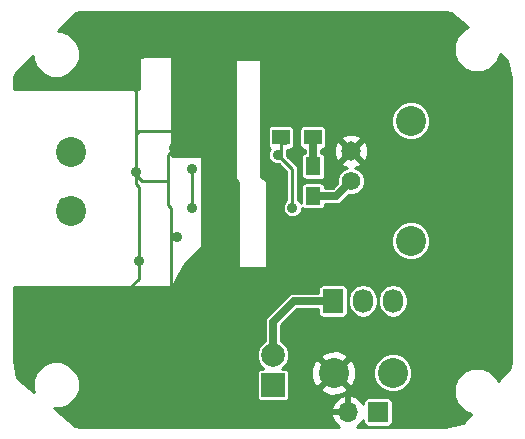
<source format=gbr>
G04 #@! TF.FileFunction,Copper,L2,Bot,Signal*
%FSLAX46Y46*%
G04 Gerber Fmt 4.6, Leading zero omitted, Abs format (unit mm)*
G04 Created by KiCad (PCBNEW 4.0.1-stable) date 1/4/2017 6:58:48 PM*
%MOMM*%
G01*
G04 APERTURE LIST*
%ADD10C,0.150000*%
%ADD11R,1.250000X1.500000*%
%ADD12R,1.500000X1.300000*%
%ADD13C,2.540000*%
%ADD14R,2.000000X2.000000*%
%ADD15C,2.000000*%
%ADD16C,1.574800*%
%ADD17C,1.651000*%
%ADD18R,1.727200X2.032000*%
%ADD19O,1.727200X2.032000*%
%ADD20R,1.700000X1.700000*%
%ADD21O,1.700000X1.700000*%
%ADD22C,0.889000*%
%ADD23C,0.254000*%
%ADD24C,0.635000*%
G04 APERTURE END LIST*
D10*
D11*
X25750000Y-16000000D03*
X25750000Y-13500000D03*
D12*
X23034000Y-11049000D03*
X25734000Y-11049000D03*
D13*
X32512000Y-30988000D03*
X27512000Y-30988000D03*
X5240000Y-17242000D03*
X5240000Y-12242000D03*
D14*
X22352000Y-32004000D03*
D15*
X22352000Y-29464000D03*
D16*
X28956000Y-14732000D03*
D17*
X28956000Y-12192000D03*
D13*
X34036000Y-9652000D03*
X34036000Y-19812000D03*
D18*
X27432000Y-24892000D03*
D19*
X29972000Y-24892000D03*
X32512000Y-24892000D03*
D20*
X31242000Y-34290000D03*
D21*
X28702000Y-34290000D03*
D22*
X18250000Y-6750000D03*
X10750000Y-6750000D03*
X14250000Y-19500000D03*
X14000000Y-4000000D03*
X11250000Y-4000000D03*
X19050000Y-22606000D03*
X10750000Y-14000000D03*
X13970000Y-11938000D03*
X11000000Y-21500000D03*
X15000000Y-23750000D03*
X17018000Y-8890000D03*
X7750000Y-29750000D03*
X15240000Y-26924000D03*
X2540000Y-24384000D03*
X14478000Y-30988000D03*
X24638000Y-8128000D03*
X24638000Y-20828000D03*
X15875000Y-33655000D03*
X15500000Y-17000000D03*
X15500000Y-13750000D03*
X24000000Y-17000000D03*
X22750000Y-12500000D03*
D23*
X10750000Y-6750000D02*
X10750000Y-11250000D01*
X14250000Y-19500000D02*
X14000000Y-19500000D01*
X14000000Y-19500000D02*
X13750000Y-19250000D01*
X13750000Y-23750000D02*
X13750000Y-19250000D01*
X13750000Y-19250000D02*
X13750000Y-17000000D01*
X13750000Y-17000000D02*
X13500000Y-16750000D01*
X13500000Y-16750000D02*
X13500000Y-14750000D01*
X10750000Y-12750000D02*
X10750000Y-14000000D01*
X14000000Y-10500000D02*
X11000000Y-10500000D01*
X10750000Y-10750000D02*
X11000000Y-10500000D01*
X10750000Y-10750000D02*
X10750000Y-11250000D01*
X10750000Y-11250000D02*
X10750000Y-12750000D01*
X10750000Y-12750000D02*
X10750000Y-14250000D01*
X13970000Y-11938000D02*
X13970000Y-12030000D01*
X11250000Y-14750000D02*
X10750000Y-14250000D01*
X13500000Y-14750000D02*
X11250000Y-14750000D01*
X13500000Y-12500000D02*
X13500000Y-14750000D01*
X13970000Y-12030000D02*
X13500000Y-12500000D01*
X11000000Y-21500000D02*
X11000000Y-15250000D01*
X11000000Y-15250000D02*
X10750000Y-15000000D01*
X10750000Y-15000000D02*
X10750000Y-14250000D01*
X11000000Y-21500000D02*
X11000000Y-23000000D01*
X11000000Y-23000000D02*
X9750000Y-24250000D01*
D24*
X22352000Y-29464000D02*
X22352000Y-26648000D01*
X22352000Y-26648000D02*
X24108000Y-24892000D01*
X24108000Y-24892000D02*
X27432000Y-24892000D01*
D23*
X5240000Y-12242000D02*
X4522000Y-12242000D01*
X5322000Y-12160000D02*
X5240000Y-12242000D01*
D24*
X4540000Y-16542000D02*
X5240000Y-17242000D01*
D23*
X4508000Y-16510000D02*
X5240000Y-17242000D01*
X5810000Y-17812000D02*
X5240000Y-17242000D01*
X15500000Y-13750000D02*
X15500000Y-17000000D01*
D24*
X25750000Y-16000000D02*
X27688000Y-16000000D01*
X27688000Y-16000000D02*
X28956000Y-14732000D01*
D23*
X27688000Y-16000000D02*
X28956000Y-14732000D01*
D24*
X25750000Y-13500000D02*
X25750000Y-11065000D01*
X25750000Y-11065000D02*
X25734000Y-11049000D01*
D23*
X25734000Y-11049000D02*
X25734000Y-13484000D01*
X25734000Y-13484000D02*
X25750000Y-13500000D01*
X23034000Y-11049000D02*
X23034000Y-12216000D01*
X23034000Y-12216000D02*
X22750000Y-12500000D01*
X24000000Y-17000000D02*
X24000000Y-13750000D01*
X24000000Y-13750000D02*
X22750000Y-12500000D01*
X22750000Y-12500000D02*
X23034000Y-12216000D01*
D24*
X23368000Y-11383000D02*
X23034000Y-11049000D01*
D23*
G36*
X37452156Y-542113D02*
X38870363Y-1723952D01*
X38503320Y-1875611D01*
X37945569Y-2432389D01*
X37643345Y-3160226D01*
X37642657Y-3948316D01*
X37943611Y-4676680D01*
X38500389Y-5234431D01*
X39228226Y-5536655D01*
X40016316Y-5537343D01*
X40744680Y-5236389D01*
X41302431Y-4679611D01*
X41588998Y-3989481D01*
X42197505Y-4496571D01*
X42505000Y-6042453D01*
X42505000Y-29957547D01*
X42390541Y-30532970D01*
X41427320Y-31688836D01*
X41304389Y-31391320D01*
X40747611Y-30833569D01*
X40019774Y-30531345D01*
X39231684Y-30530657D01*
X38503320Y-30831611D01*
X37945569Y-31388389D01*
X37643345Y-32116226D01*
X37642657Y-32904316D01*
X37943611Y-33632680D01*
X38500389Y-34190431D01*
X39126132Y-34450262D01*
X38452215Y-35258962D01*
X36893552Y-35569000D01*
X29451166Y-35569000D01*
X29468924Y-35561645D01*
X29897183Y-35171358D01*
X30003536Y-34944895D01*
X30003536Y-35140000D01*
X30030103Y-35281190D01*
X30113546Y-35410865D01*
X30240866Y-35497859D01*
X30392000Y-35528464D01*
X32092000Y-35528464D01*
X32233190Y-35501897D01*
X32362865Y-35418454D01*
X32449859Y-35291134D01*
X32480464Y-35140000D01*
X32480464Y-33440000D01*
X32453897Y-33298810D01*
X32370454Y-33169135D01*
X32243134Y-33082141D01*
X32092000Y-33051536D01*
X30392000Y-33051536D01*
X30250810Y-33078103D01*
X30121135Y-33161546D01*
X30034141Y-33288866D01*
X30003536Y-33440000D01*
X30003536Y-33635105D01*
X29897183Y-33408642D01*
X29468924Y-33018355D01*
X29058890Y-32848524D01*
X28829000Y-32969845D01*
X28829000Y-34163000D01*
X28849000Y-34163000D01*
X28849000Y-34417000D01*
X28829000Y-34417000D01*
X28829000Y-34437000D01*
X28575000Y-34437000D01*
X28575000Y-34417000D01*
X27381181Y-34417000D01*
X27260514Y-34646892D01*
X27506817Y-35171358D01*
X27935076Y-35561645D01*
X27952834Y-35569000D01*
X6042453Y-35569000D01*
X5567909Y-35474607D01*
X3775345Y-33980804D01*
X4392316Y-33981343D01*
X4509053Y-33933108D01*
X27260514Y-33933108D01*
X27381181Y-34163000D01*
X28575000Y-34163000D01*
X28575000Y-32969845D01*
X28345110Y-32848524D01*
X27935076Y-33018355D01*
X27506817Y-33408642D01*
X27260514Y-33933108D01*
X4509053Y-33933108D01*
X5120680Y-33680389D01*
X5678431Y-33123611D01*
X5980655Y-32395774D01*
X5981343Y-31607684D01*
X5731906Y-31004000D01*
X20963536Y-31004000D01*
X20963536Y-33004000D01*
X20990103Y-33145190D01*
X21073546Y-33274865D01*
X21200866Y-33361859D01*
X21352000Y-33392464D01*
X23352000Y-33392464D01*
X23493190Y-33365897D01*
X23622865Y-33282454D01*
X23709859Y-33155134D01*
X23740464Y-33004000D01*
X23740464Y-32335777D01*
X26343828Y-32335777D01*
X26475520Y-32630657D01*
X27183036Y-32902261D01*
X27940632Y-32882436D01*
X28548480Y-32630657D01*
X28680172Y-32335777D01*
X27512000Y-31167605D01*
X26343828Y-32335777D01*
X23740464Y-32335777D01*
X23740464Y-31004000D01*
X23713897Y-30862810D01*
X23630454Y-30733135D01*
X23522007Y-30659036D01*
X25597739Y-30659036D01*
X25617564Y-31416632D01*
X25869343Y-32024480D01*
X26164223Y-32156172D01*
X27332395Y-30988000D01*
X27691605Y-30988000D01*
X28859777Y-32156172D01*
X29154657Y-32024480D01*
X29426261Y-31316964D01*
X29426209Y-31314963D01*
X30860714Y-31314963D01*
X31111534Y-31921995D01*
X31575563Y-32386834D01*
X32182155Y-32638713D01*
X32838963Y-32639286D01*
X33445995Y-32388466D01*
X33910834Y-31924437D01*
X34162713Y-31317845D01*
X34163286Y-30661037D01*
X33912466Y-30054005D01*
X33448437Y-29589166D01*
X32841845Y-29337287D01*
X32185037Y-29336714D01*
X31578005Y-29587534D01*
X31113166Y-30051563D01*
X30861287Y-30658155D01*
X30860714Y-31314963D01*
X29426209Y-31314963D01*
X29406436Y-30559368D01*
X29154657Y-29951520D01*
X28859777Y-29819828D01*
X27691605Y-30988000D01*
X27332395Y-30988000D01*
X26164223Y-29819828D01*
X25869343Y-29951520D01*
X25597739Y-30659036D01*
X23522007Y-30659036D01*
X23503134Y-30646141D01*
X23352000Y-30615536D01*
X23153187Y-30615536D01*
X23522072Y-30247295D01*
X23732759Y-29739903D01*
X23732846Y-29640223D01*
X26343828Y-29640223D01*
X27512000Y-30808395D01*
X28680172Y-29640223D01*
X28548480Y-29345343D01*
X27840964Y-29073739D01*
X27083368Y-29093564D01*
X26475520Y-29345343D01*
X26343828Y-29640223D01*
X23732846Y-29640223D01*
X23733239Y-29190507D01*
X23523437Y-28682749D01*
X23135295Y-28293928D01*
X23050500Y-28258718D01*
X23050500Y-26937328D01*
X24397328Y-25590500D01*
X26179936Y-25590500D01*
X26179936Y-25908000D01*
X26206503Y-26049190D01*
X26289946Y-26178865D01*
X26417266Y-26265859D01*
X26568400Y-26296464D01*
X28295600Y-26296464D01*
X28436790Y-26269897D01*
X28566465Y-26186454D01*
X28653459Y-26059134D01*
X28684064Y-25908000D01*
X28684064Y-24712231D01*
X28727400Y-24712231D01*
X28727400Y-25071769D01*
X28822140Y-25548057D01*
X29091935Y-25951834D01*
X29495712Y-26221629D01*
X29972000Y-26316369D01*
X30448288Y-26221629D01*
X30852065Y-25951834D01*
X31121860Y-25548057D01*
X31216600Y-25071769D01*
X31216600Y-24712231D01*
X31267400Y-24712231D01*
X31267400Y-25071769D01*
X31362140Y-25548057D01*
X31631935Y-25951834D01*
X32035712Y-26221629D01*
X32512000Y-26316369D01*
X32988288Y-26221629D01*
X33392065Y-25951834D01*
X33661860Y-25548057D01*
X33756600Y-25071769D01*
X33756600Y-24712231D01*
X33661860Y-24235943D01*
X33392065Y-23832166D01*
X32988288Y-23562371D01*
X32512000Y-23467631D01*
X32035712Y-23562371D01*
X31631935Y-23832166D01*
X31362140Y-24235943D01*
X31267400Y-24712231D01*
X31216600Y-24712231D01*
X31121860Y-24235943D01*
X30852065Y-23832166D01*
X30448288Y-23562371D01*
X29972000Y-23467631D01*
X29495712Y-23562371D01*
X29091935Y-23832166D01*
X28822140Y-24235943D01*
X28727400Y-24712231D01*
X28684064Y-24712231D01*
X28684064Y-23876000D01*
X28657497Y-23734810D01*
X28574054Y-23605135D01*
X28446734Y-23518141D01*
X28295600Y-23487536D01*
X26568400Y-23487536D01*
X26427210Y-23514103D01*
X26297535Y-23597546D01*
X26210541Y-23724866D01*
X26179936Y-23876000D01*
X26179936Y-24193500D01*
X24108000Y-24193500D01*
X23840695Y-24246670D01*
X23614086Y-24398086D01*
X21858086Y-26154086D01*
X21706670Y-26380695D01*
X21706670Y-26380696D01*
X21653500Y-26648000D01*
X21653500Y-28258371D01*
X21570749Y-28292563D01*
X21181928Y-28680705D01*
X20971241Y-29188097D01*
X20970761Y-29737493D01*
X21180563Y-30245251D01*
X21550201Y-30615536D01*
X21352000Y-30615536D01*
X21210810Y-30642103D01*
X21081135Y-30725546D01*
X20994141Y-30852866D01*
X20963536Y-31004000D01*
X5731906Y-31004000D01*
X5680389Y-30879320D01*
X5123611Y-30321569D01*
X4395774Y-30019345D01*
X3607684Y-30018657D01*
X2879320Y-30319611D01*
X2321569Y-30876389D01*
X2019345Y-31604226D01*
X2018657Y-32392316D01*
X2097166Y-32582322D01*
X725778Y-31439498D01*
X431000Y-29957552D01*
X431000Y-23741000D01*
X13716000Y-23741000D01*
X13749277Y-23736563D01*
X13794339Y-23713960D01*
X13827057Y-23675606D01*
X14852408Y-21827198D01*
X16339803Y-20339803D01*
X16366994Y-20299410D01*
X16377000Y-20250000D01*
X16377000Y-12750000D01*
X16368315Y-12703841D01*
X16341035Y-12661447D01*
X16299410Y-12633006D01*
X16250000Y-12623000D01*
X13843000Y-12623000D01*
X13843000Y-4500000D01*
X19123000Y-4500000D01*
X19123000Y-14500000D01*
X19132334Y-14547789D01*
X19160197Y-14589803D01*
X19373000Y-14802606D01*
X19373000Y-22000000D01*
X19381685Y-22046159D01*
X19408965Y-22088553D01*
X19450590Y-22116994D01*
X19500000Y-22127000D01*
X21750000Y-22127000D01*
X21796159Y-22118315D01*
X21838553Y-22091035D01*
X21866994Y-22049410D01*
X21877000Y-22000000D01*
X21877000Y-20138963D01*
X32384714Y-20138963D01*
X32635534Y-20745995D01*
X33099563Y-21210834D01*
X33706155Y-21462713D01*
X34362963Y-21463286D01*
X34969995Y-21212466D01*
X35434834Y-20748437D01*
X35686713Y-20141845D01*
X35687286Y-19485037D01*
X35436466Y-18878005D01*
X34972437Y-18413166D01*
X34365845Y-18161287D01*
X33709037Y-18160714D01*
X33102005Y-18411534D01*
X32637166Y-18875563D01*
X32385287Y-19482155D01*
X32384714Y-20138963D01*
X21877000Y-20138963D01*
X21877000Y-14750000D01*
X21871026Y-14711507D01*
X21846515Y-14667454D01*
X21806796Y-14636408D01*
X21377000Y-14421510D01*
X21377000Y-10399000D01*
X21895536Y-10399000D01*
X21895536Y-11699000D01*
X21922103Y-11840190D01*
X22005546Y-11969865D01*
X22069104Y-12013292D01*
X22050583Y-12031781D01*
X21924643Y-12335077D01*
X21924357Y-12663482D01*
X22049767Y-12966998D01*
X22281781Y-13199417D01*
X22585077Y-13325357D01*
X22857174Y-13325594D01*
X23492000Y-13960420D01*
X23492000Y-16340698D01*
X23300583Y-16531781D01*
X23174643Y-16835077D01*
X23174357Y-17163482D01*
X23299767Y-17466998D01*
X23531781Y-17699417D01*
X23835077Y-17825357D01*
X24163482Y-17825643D01*
X24466998Y-17700233D01*
X24699417Y-17468219D01*
X24825357Y-17164923D01*
X24825511Y-16988175D01*
X24846546Y-17020865D01*
X24973866Y-17107859D01*
X25125000Y-17138464D01*
X26375000Y-17138464D01*
X26516190Y-17111897D01*
X26645865Y-17028454D01*
X26732859Y-16901134D01*
X26763464Y-16750000D01*
X26763464Y-16698500D01*
X27688000Y-16698500D01*
X27955305Y-16645330D01*
X28181914Y-16493914D01*
X28775586Y-15900242D01*
X29187389Y-15900602D01*
X29616981Y-15723099D01*
X29945943Y-15394709D01*
X30124196Y-14965429D01*
X30124602Y-14500611D01*
X29947099Y-14071019D01*
X29618709Y-13742057D01*
X29340318Y-13626459D01*
X29725344Y-13466976D01*
X29802610Y-13218215D01*
X28956000Y-12371605D01*
X28109390Y-13218215D01*
X28186656Y-13466976D01*
X28598227Y-13615618D01*
X28295019Y-13740901D01*
X27966057Y-14069291D01*
X27787804Y-14498571D01*
X27787442Y-14912730D01*
X27398672Y-15301500D01*
X26763464Y-15301500D01*
X26763464Y-15250000D01*
X26736897Y-15108810D01*
X26653454Y-14979135D01*
X26526134Y-14892141D01*
X26375000Y-14861536D01*
X25125000Y-14861536D01*
X24983810Y-14888103D01*
X24854135Y-14971546D01*
X24767141Y-15098866D01*
X24736536Y-15250000D01*
X24736536Y-16620862D01*
X24700233Y-16533002D01*
X24508000Y-16340433D01*
X24508000Y-13750000D01*
X24469331Y-13555597D01*
X24359210Y-13390790D01*
X23575407Y-12606987D01*
X23575643Y-12336518D01*
X23536751Y-12242391D01*
X23542000Y-12216000D01*
X23542000Y-12087464D01*
X23784000Y-12087464D01*
X23925190Y-12060897D01*
X24054865Y-11977454D01*
X24141859Y-11850134D01*
X24172464Y-11699000D01*
X24172464Y-10399000D01*
X24595536Y-10399000D01*
X24595536Y-11699000D01*
X24622103Y-11840190D01*
X24705546Y-11969865D01*
X24832866Y-12056859D01*
X24984000Y-12087464D01*
X25051500Y-12087464D01*
X25051500Y-12375366D01*
X24983810Y-12388103D01*
X24854135Y-12471546D01*
X24767141Y-12598866D01*
X24736536Y-12750000D01*
X24736536Y-14250000D01*
X24763103Y-14391190D01*
X24846546Y-14520865D01*
X24973866Y-14607859D01*
X25125000Y-14638464D01*
X26375000Y-14638464D01*
X26516190Y-14611897D01*
X26645865Y-14528454D01*
X26732859Y-14401134D01*
X26763464Y-14250000D01*
X26763464Y-12750000D01*
X26736897Y-12608810D01*
X26653454Y-12479135D01*
X26526134Y-12392141D01*
X26448500Y-12376420D01*
X26448500Y-12087464D01*
X26484000Y-12087464D01*
X26625190Y-12060897D01*
X26754865Y-11977454D01*
X26760551Y-11969131D01*
X27483660Y-11969131D01*
X27510447Y-12549535D01*
X27681024Y-12961344D01*
X27929785Y-13038610D01*
X28776395Y-12192000D01*
X29135605Y-12192000D01*
X29982215Y-13038610D01*
X30230976Y-12961344D01*
X30428340Y-12414869D01*
X30401553Y-11834465D01*
X30230976Y-11422656D01*
X29982215Y-11345390D01*
X29135605Y-12192000D01*
X28776395Y-12192000D01*
X27929785Y-11345390D01*
X27681024Y-11422656D01*
X27483660Y-11969131D01*
X26760551Y-11969131D01*
X26841859Y-11850134D01*
X26872464Y-11699000D01*
X26872464Y-11165785D01*
X28109390Y-11165785D01*
X28956000Y-12012395D01*
X29802610Y-11165785D01*
X29725344Y-10917024D01*
X29178869Y-10719660D01*
X28598465Y-10746447D01*
X28186656Y-10917024D01*
X28109390Y-11165785D01*
X26872464Y-11165785D01*
X26872464Y-10399000D01*
X26845897Y-10257810D01*
X26762454Y-10128135D01*
X26635134Y-10041141D01*
X26484000Y-10010536D01*
X24984000Y-10010536D01*
X24842810Y-10037103D01*
X24713135Y-10120546D01*
X24626141Y-10247866D01*
X24595536Y-10399000D01*
X24172464Y-10399000D01*
X24145897Y-10257810D01*
X24062454Y-10128135D01*
X23935134Y-10041141D01*
X23784000Y-10010536D01*
X22284000Y-10010536D01*
X22142810Y-10037103D01*
X22013135Y-10120546D01*
X21926141Y-10247866D01*
X21895536Y-10399000D01*
X21377000Y-10399000D01*
X21377000Y-9978963D01*
X32384714Y-9978963D01*
X32635534Y-10585995D01*
X33099563Y-11050834D01*
X33706155Y-11302713D01*
X34362963Y-11303286D01*
X34969995Y-11052466D01*
X35434834Y-10588437D01*
X35686713Y-9981845D01*
X35687286Y-9325037D01*
X35436466Y-8718005D01*
X34972437Y-8253166D01*
X34365845Y-8001287D01*
X33709037Y-8000714D01*
X33102005Y-8251534D01*
X32637166Y-8715563D01*
X32385287Y-9322155D01*
X32384714Y-9978963D01*
X21377000Y-9978963D01*
X21377000Y-4500000D01*
X21368315Y-4453841D01*
X21341035Y-4411447D01*
X21299410Y-4383006D01*
X21250000Y-4373000D01*
X19250000Y-4373000D01*
X19203841Y-4381685D01*
X19161447Y-4408965D01*
X19133006Y-4450590D01*
X19123000Y-4500000D01*
X13843000Y-4500000D01*
X13843000Y-4318000D01*
X13834315Y-4271841D01*
X13807035Y-4229447D01*
X13765410Y-4201006D01*
X13716000Y-4191000D01*
X11120000Y-4191000D01*
X11073841Y-4199685D01*
X11031447Y-4226965D01*
X11003006Y-4268590D01*
X10993000Y-4318000D01*
X10993000Y-6985000D01*
X431000Y-6985000D01*
X431000Y-6042448D01*
X503962Y-5675644D01*
X2018859Y-4160747D01*
X2018657Y-4392316D01*
X2319611Y-5120680D01*
X2876389Y-5678431D01*
X3604226Y-5980655D01*
X4392316Y-5981343D01*
X5120680Y-5680389D01*
X5678431Y-5123611D01*
X5980655Y-4395774D01*
X5981343Y-3607684D01*
X5680389Y-2879320D01*
X5123611Y-2321569D01*
X4395774Y-2019345D01*
X4160466Y-2019140D01*
X5675643Y-503963D01*
X6042453Y-431000D01*
X36893552Y-431000D01*
X37452156Y-542113D01*
X37452156Y-542113D01*
G37*
X37452156Y-542113D02*
X38870363Y-1723952D01*
X38503320Y-1875611D01*
X37945569Y-2432389D01*
X37643345Y-3160226D01*
X37642657Y-3948316D01*
X37943611Y-4676680D01*
X38500389Y-5234431D01*
X39228226Y-5536655D01*
X40016316Y-5537343D01*
X40744680Y-5236389D01*
X41302431Y-4679611D01*
X41588998Y-3989481D01*
X42197505Y-4496571D01*
X42505000Y-6042453D01*
X42505000Y-29957547D01*
X42390541Y-30532970D01*
X41427320Y-31688836D01*
X41304389Y-31391320D01*
X40747611Y-30833569D01*
X40019774Y-30531345D01*
X39231684Y-30530657D01*
X38503320Y-30831611D01*
X37945569Y-31388389D01*
X37643345Y-32116226D01*
X37642657Y-32904316D01*
X37943611Y-33632680D01*
X38500389Y-34190431D01*
X39126132Y-34450262D01*
X38452215Y-35258962D01*
X36893552Y-35569000D01*
X29451166Y-35569000D01*
X29468924Y-35561645D01*
X29897183Y-35171358D01*
X30003536Y-34944895D01*
X30003536Y-35140000D01*
X30030103Y-35281190D01*
X30113546Y-35410865D01*
X30240866Y-35497859D01*
X30392000Y-35528464D01*
X32092000Y-35528464D01*
X32233190Y-35501897D01*
X32362865Y-35418454D01*
X32449859Y-35291134D01*
X32480464Y-35140000D01*
X32480464Y-33440000D01*
X32453897Y-33298810D01*
X32370454Y-33169135D01*
X32243134Y-33082141D01*
X32092000Y-33051536D01*
X30392000Y-33051536D01*
X30250810Y-33078103D01*
X30121135Y-33161546D01*
X30034141Y-33288866D01*
X30003536Y-33440000D01*
X30003536Y-33635105D01*
X29897183Y-33408642D01*
X29468924Y-33018355D01*
X29058890Y-32848524D01*
X28829000Y-32969845D01*
X28829000Y-34163000D01*
X28849000Y-34163000D01*
X28849000Y-34417000D01*
X28829000Y-34417000D01*
X28829000Y-34437000D01*
X28575000Y-34437000D01*
X28575000Y-34417000D01*
X27381181Y-34417000D01*
X27260514Y-34646892D01*
X27506817Y-35171358D01*
X27935076Y-35561645D01*
X27952834Y-35569000D01*
X6042453Y-35569000D01*
X5567909Y-35474607D01*
X3775345Y-33980804D01*
X4392316Y-33981343D01*
X4509053Y-33933108D01*
X27260514Y-33933108D01*
X27381181Y-34163000D01*
X28575000Y-34163000D01*
X28575000Y-32969845D01*
X28345110Y-32848524D01*
X27935076Y-33018355D01*
X27506817Y-33408642D01*
X27260514Y-33933108D01*
X4509053Y-33933108D01*
X5120680Y-33680389D01*
X5678431Y-33123611D01*
X5980655Y-32395774D01*
X5981343Y-31607684D01*
X5731906Y-31004000D01*
X20963536Y-31004000D01*
X20963536Y-33004000D01*
X20990103Y-33145190D01*
X21073546Y-33274865D01*
X21200866Y-33361859D01*
X21352000Y-33392464D01*
X23352000Y-33392464D01*
X23493190Y-33365897D01*
X23622865Y-33282454D01*
X23709859Y-33155134D01*
X23740464Y-33004000D01*
X23740464Y-32335777D01*
X26343828Y-32335777D01*
X26475520Y-32630657D01*
X27183036Y-32902261D01*
X27940632Y-32882436D01*
X28548480Y-32630657D01*
X28680172Y-32335777D01*
X27512000Y-31167605D01*
X26343828Y-32335777D01*
X23740464Y-32335777D01*
X23740464Y-31004000D01*
X23713897Y-30862810D01*
X23630454Y-30733135D01*
X23522007Y-30659036D01*
X25597739Y-30659036D01*
X25617564Y-31416632D01*
X25869343Y-32024480D01*
X26164223Y-32156172D01*
X27332395Y-30988000D01*
X27691605Y-30988000D01*
X28859777Y-32156172D01*
X29154657Y-32024480D01*
X29426261Y-31316964D01*
X29426209Y-31314963D01*
X30860714Y-31314963D01*
X31111534Y-31921995D01*
X31575563Y-32386834D01*
X32182155Y-32638713D01*
X32838963Y-32639286D01*
X33445995Y-32388466D01*
X33910834Y-31924437D01*
X34162713Y-31317845D01*
X34163286Y-30661037D01*
X33912466Y-30054005D01*
X33448437Y-29589166D01*
X32841845Y-29337287D01*
X32185037Y-29336714D01*
X31578005Y-29587534D01*
X31113166Y-30051563D01*
X30861287Y-30658155D01*
X30860714Y-31314963D01*
X29426209Y-31314963D01*
X29406436Y-30559368D01*
X29154657Y-29951520D01*
X28859777Y-29819828D01*
X27691605Y-30988000D01*
X27332395Y-30988000D01*
X26164223Y-29819828D01*
X25869343Y-29951520D01*
X25597739Y-30659036D01*
X23522007Y-30659036D01*
X23503134Y-30646141D01*
X23352000Y-30615536D01*
X23153187Y-30615536D01*
X23522072Y-30247295D01*
X23732759Y-29739903D01*
X23732846Y-29640223D01*
X26343828Y-29640223D01*
X27512000Y-30808395D01*
X28680172Y-29640223D01*
X28548480Y-29345343D01*
X27840964Y-29073739D01*
X27083368Y-29093564D01*
X26475520Y-29345343D01*
X26343828Y-29640223D01*
X23732846Y-29640223D01*
X23733239Y-29190507D01*
X23523437Y-28682749D01*
X23135295Y-28293928D01*
X23050500Y-28258718D01*
X23050500Y-26937328D01*
X24397328Y-25590500D01*
X26179936Y-25590500D01*
X26179936Y-25908000D01*
X26206503Y-26049190D01*
X26289946Y-26178865D01*
X26417266Y-26265859D01*
X26568400Y-26296464D01*
X28295600Y-26296464D01*
X28436790Y-26269897D01*
X28566465Y-26186454D01*
X28653459Y-26059134D01*
X28684064Y-25908000D01*
X28684064Y-24712231D01*
X28727400Y-24712231D01*
X28727400Y-25071769D01*
X28822140Y-25548057D01*
X29091935Y-25951834D01*
X29495712Y-26221629D01*
X29972000Y-26316369D01*
X30448288Y-26221629D01*
X30852065Y-25951834D01*
X31121860Y-25548057D01*
X31216600Y-25071769D01*
X31216600Y-24712231D01*
X31267400Y-24712231D01*
X31267400Y-25071769D01*
X31362140Y-25548057D01*
X31631935Y-25951834D01*
X32035712Y-26221629D01*
X32512000Y-26316369D01*
X32988288Y-26221629D01*
X33392065Y-25951834D01*
X33661860Y-25548057D01*
X33756600Y-25071769D01*
X33756600Y-24712231D01*
X33661860Y-24235943D01*
X33392065Y-23832166D01*
X32988288Y-23562371D01*
X32512000Y-23467631D01*
X32035712Y-23562371D01*
X31631935Y-23832166D01*
X31362140Y-24235943D01*
X31267400Y-24712231D01*
X31216600Y-24712231D01*
X31121860Y-24235943D01*
X30852065Y-23832166D01*
X30448288Y-23562371D01*
X29972000Y-23467631D01*
X29495712Y-23562371D01*
X29091935Y-23832166D01*
X28822140Y-24235943D01*
X28727400Y-24712231D01*
X28684064Y-24712231D01*
X28684064Y-23876000D01*
X28657497Y-23734810D01*
X28574054Y-23605135D01*
X28446734Y-23518141D01*
X28295600Y-23487536D01*
X26568400Y-23487536D01*
X26427210Y-23514103D01*
X26297535Y-23597546D01*
X26210541Y-23724866D01*
X26179936Y-23876000D01*
X26179936Y-24193500D01*
X24108000Y-24193500D01*
X23840695Y-24246670D01*
X23614086Y-24398086D01*
X21858086Y-26154086D01*
X21706670Y-26380695D01*
X21706670Y-26380696D01*
X21653500Y-26648000D01*
X21653500Y-28258371D01*
X21570749Y-28292563D01*
X21181928Y-28680705D01*
X20971241Y-29188097D01*
X20970761Y-29737493D01*
X21180563Y-30245251D01*
X21550201Y-30615536D01*
X21352000Y-30615536D01*
X21210810Y-30642103D01*
X21081135Y-30725546D01*
X20994141Y-30852866D01*
X20963536Y-31004000D01*
X5731906Y-31004000D01*
X5680389Y-30879320D01*
X5123611Y-30321569D01*
X4395774Y-30019345D01*
X3607684Y-30018657D01*
X2879320Y-30319611D01*
X2321569Y-30876389D01*
X2019345Y-31604226D01*
X2018657Y-32392316D01*
X2097166Y-32582322D01*
X725778Y-31439498D01*
X431000Y-29957552D01*
X431000Y-23741000D01*
X13716000Y-23741000D01*
X13749277Y-23736563D01*
X13794339Y-23713960D01*
X13827057Y-23675606D01*
X14852408Y-21827198D01*
X16339803Y-20339803D01*
X16366994Y-20299410D01*
X16377000Y-20250000D01*
X16377000Y-12750000D01*
X16368315Y-12703841D01*
X16341035Y-12661447D01*
X16299410Y-12633006D01*
X16250000Y-12623000D01*
X13843000Y-12623000D01*
X13843000Y-4500000D01*
X19123000Y-4500000D01*
X19123000Y-14500000D01*
X19132334Y-14547789D01*
X19160197Y-14589803D01*
X19373000Y-14802606D01*
X19373000Y-22000000D01*
X19381685Y-22046159D01*
X19408965Y-22088553D01*
X19450590Y-22116994D01*
X19500000Y-22127000D01*
X21750000Y-22127000D01*
X21796159Y-22118315D01*
X21838553Y-22091035D01*
X21866994Y-22049410D01*
X21877000Y-22000000D01*
X21877000Y-20138963D01*
X32384714Y-20138963D01*
X32635534Y-20745995D01*
X33099563Y-21210834D01*
X33706155Y-21462713D01*
X34362963Y-21463286D01*
X34969995Y-21212466D01*
X35434834Y-20748437D01*
X35686713Y-20141845D01*
X35687286Y-19485037D01*
X35436466Y-18878005D01*
X34972437Y-18413166D01*
X34365845Y-18161287D01*
X33709037Y-18160714D01*
X33102005Y-18411534D01*
X32637166Y-18875563D01*
X32385287Y-19482155D01*
X32384714Y-20138963D01*
X21877000Y-20138963D01*
X21877000Y-14750000D01*
X21871026Y-14711507D01*
X21846515Y-14667454D01*
X21806796Y-14636408D01*
X21377000Y-14421510D01*
X21377000Y-10399000D01*
X21895536Y-10399000D01*
X21895536Y-11699000D01*
X21922103Y-11840190D01*
X22005546Y-11969865D01*
X22069104Y-12013292D01*
X22050583Y-12031781D01*
X21924643Y-12335077D01*
X21924357Y-12663482D01*
X22049767Y-12966998D01*
X22281781Y-13199417D01*
X22585077Y-13325357D01*
X22857174Y-13325594D01*
X23492000Y-13960420D01*
X23492000Y-16340698D01*
X23300583Y-16531781D01*
X23174643Y-16835077D01*
X23174357Y-17163482D01*
X23299767Y-17466998D01*
X23531781Y-17699417D01*
X23835077Y-17825357D01*
X24163482Y-17825643D01*
X24466998Y-17700233D01*
X24699417Y-17468219D01*
X24825357Y-17164923D01*
X24825511Y-16988175D01*
X24846546Y-17020865D01*
X24973866Y-17107859D01*
X25125000Y-17138464D01*
X26375000Y-17138464D01*
X26516190Y-17111897D01*
X26645865Y-17028454D01*
X26732859Y-16901134D01*
X26763464Y-16750000D01*
X26763464Y-16698500D01*
X27688000Y-16698500D01*
X27955305Y-16645330D01*
X28181914Y-16493914D01*
X28775586Y-15900242D01*
X29187389Y-15900602D01*
X29616981Y-15723099D01*
X29945943Y-15394709D01*
X30124196Y-14965429D01*
X30124602Y-14500611D01*
X29947099Y-14071019D01*
X29618709Y-13742057D01*
X29340318Y-13626459D01*
X29725344Y-13466976D01*
X29802610Y-13218215D01*
X28956000Y-12371605D01*
X28109390Y-13218215D01*
X28186656Y-13466976D01*
X28598227Y-13615618D01*
X28295019Y-13740901D01*
X27966057Y-14069291D01*
X27787804Y-14498571D01*
X27787442Y-14912730D01*
X27398672Y-15301500D01*
X26763464Y-15301500D01*
X26763464Y-15250000D01*
X26736897Y-15108810D01*
X26653454Y-14979135D01*
X26526134Y-14892141D01*
X26375000Y-14861536D01*
X25125000Y-14861536D01*
X24983810Y-14888103D01*
X24854135Y-14971546D01*
X24767141Y-15098866D01*
X24736536Y-15250000D01*
X24736536Y-16620862D01*
X24700233Y-16533002D01*
X24508000Y-16340433D01*
X24508000Y-13750000D01*
X24469331Y-13555597D01*
X24359210Y-13390790D01*
X23575407Y-12606987D01*
X23575643Y-12336518D01*
X23536751Y-12242391D01*
X23542000Y-12216000D01*
X23542000Y-12087464D01*
X23784000Y-12087464D01*
X23925190Y-12060897D01*
X24054865Y-11977454D01*
X24141859Y-11850134D01*
X24172464Y-11699000D01*
X24172464Y-10399000D01*
X24595536Y-10399000D01*
X24595536Y-11699000D01*
X24622103Y-11840190D01*
X24705546Y-11969865D01*
X24832866Y-12056859D01*
X24984000Y-12087464D01*
X25051500Y-12087464D01*
X25051500Y-12375366D01*
X24983810Y-12388103D01*
X24854135Y-12471546D01*
X24767141Y-12598866D01*
X24736536Y-12750000D01*
X24736536Y-14250000D01*
X24763103Y-14391190D01*
X24846546Y-14520865D01*
X24973866Y-14607859D01*
X25125000Y-14638464D01*
X26375000Y-14638464D01*
X26516190Y-14611897D01*
X26645865Y-14528454D01*
X26732859Y-14401134D01*
X26763464Y-14250000D01*
X26763464Y-12750000D01*
X26736897Y-12608810D01*
X26653454Y-12479135D01*
X26526134Y-12392141D01*
X26448500Y-12376420D01*
X26448500Y-12087464D01*
X26484000Y-12087464D01*
X26625190Y-12060897D01*
X26754865Y-11977454D01*
X26760551Y-11969131D01*
X27483660Y-11969131D01*
X27510447Y-12549535D01*
X27681024Y-12961344D01*
X27929785Y-13038610D01*
X28776395Y-12192000D01*
X29135605Y-12192000D01*
X29982215Y-13038610D01*
X30230976Y-12961344D01*
X30428340Y-12414869D01*
X30401553Y-11834465D01*
X30230976Y-11422656D01*
X29982215Y-11345390D01*
X29135605Y-12192000D01*
X28776395Y-12192000D01*
X27929785Y-11345390D01*
X27681024Y-11422656D01*
X27483660Y-11969131D01*
X26760551Y-11969131D01*
X26841859Y-11850134D01*
X26872464Y-11699000D01*
X26872464Y-11165785D01*
X28109390Y-11165785D01*
X28956000Y-12012395D01*
X29802610Y-11165785D01*
X29725344Y-10917024D01*
X29178869Y-10719660D01*
X28598465Y-10746447D01*
X28186656Y-10917024D01*
X28109390Y-11165785D01*
X26872464Y-11165785D01*
X26872464Y-10399000D01*
X26845897Y-10257810D01*
X26762454Y-10128135D01*
X26635134Y-10041141D01*
X26484000Y-10010536D01*
X24984000Y-10010536D01*
X24842810Y-10037103D01*
X24713135Y-10120546D01*
X24626141Y-10247866D01*
X24595536Y-10399000D01*
X24172464Y-10399000D01*
X24145897Y-10257810D01*
X24062454Y-10128135D01*
X23935134Y-10041141D01*
X23784000Y-10010536D01*
X22284000Y-10010536D01*
X22142810Y-10037103D01*
X22013135Y-10120546D01*
X21926141Y-10247866D01*
X21895536Y-10399000D01*
X21377000Y-10399000D01*
X21377000Y-9978963D01*
X32384714Y-9978963D01*
X32635534Y-10585995D01*
X33099563Y-11050834D01*
X33706155Y-11302713D01*
X34362963Y-11303286D01*
X34969995Y-11052466D01*
X35434834Y-10588437D01*
X35686713Y-9981845D01*
X35687286Y-9325037D01*
X35436466Y-8718005D01*
X34972437Y-8253166D01*
X34365845Y-8001287D01*
X33709037Y-8000714D01*
X33102005Y-8251534D01*
X32637166Y-8715563D01*
X32385287Y-9322155D01*
X32384714Y-9978963D01*
X21377000Y-9978963D01*
X21377000Y-4500000D01*
X21368315Y-4453841D01*
X21341035Y-4411447D01*
X21299410Y-4383006D01*
X21250000Y-4373000D01*
X19250000Y-4373000D01*
X19203841Y-4381685D01*
X19161447Y-4408965D01*
X19133006Y-4450590D01*
X19123000Y-4500000D01*
X13843000Y-4500000D01*
X13843000Y-4318000D01*
X13834315Y-4271841D01*
X13807035Y-4229447D01*
X13765410Y-4201006D01*
X13716000Y-4191000D01*
X11120000Y-4191000D01*
X11073841Y-4199685D01*
X11031447Y-4226965D01*
X11003006Y-4268590D01*
X10993000Y-4318000D01*
X10993000Y-6985000D01*
X431000Y-6985000D01*
X431000Y-6042448D01*
X503962Y-5675644D01*
X2018859Y-4160747D01*
X2018657Y-4392316D01*
X2319611Y-5120680D01*
X2876389Y-5678431D01*
X3604226Y-5980655D01*
X4392316Y-5981343D01*
X5120680Y-5680389D01*
X5678431Y-5123611D01*
X5980655Y-4395774D01*
X5981343Y-3607684D01*
X5680389Y-2879320D01*
X5123611Y-2321569D01*
X4395774Y-2019345D01*
X4160466Y-2019140D01*
X5675643Y-503963D01*
X6042453Y-431000D01*
X36893552Y-431000D01*
X37452156Y-542113D01*
M02*

</source>
